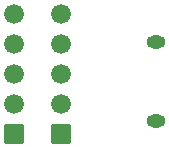
<source format=gbs>
G04 Layer: BottomSolderMaskLayer*
G04 EasyEDA v6.5.20, 2023-08-22 18:50:07*
G04 a67cddfb3fce44daa9051d46cbbcc19f,10*
G04 Gerber Generator version 0.2*
G04 Scale: 100 percent, Rotated: No, Reflected: No *
G04 Dimensions in millimeters *
G04 leading zeros omitted , absolute positions ,4 integer and 5 decimal *
%FSLAX45Y45*%
%MOMM*%

%AMMACRO1*1,1,$1,$2,$3*1,1,$1,$4,$5*1,1,$1,0-$2,0-$3*1,1,$1,0-$4,0-$5*20,1,$1,$2,$3,$4,$5,0*20,1,$1,$4,$5,0-$2,0-$3,0*20,1,$1,0-$2,0-$3,0-$4,0-$5,0*20,1,$1,0-$4,0-$5,$2,$3,0*4,1,4,$2,$3,$4,$5,0-$2,0-$3,0-$4,0-$5,$2,$3,0*%
%ADD10C,1.6764*%
%ADD11MACRO1,0.1016X-0.7874X-0.7874X-0.7874X0.7874*%
%ADD12O,1.6015970000000002X1.1015979999999999*%

%LPD*%
D10*
G01*
X-399999Y575005D03*
G01*
X-399999Y321005D03*
G01*
X-399999Y67005D03*
G01*
X-399999Y-186994D03*
D11*
G01*
X-399999Y-440999D03*
D10*
G01*
X0Y575005D03*
G01*
X0Y321005D03*
G01*
X0Y67005D03*
G01*
X0Y-186994D03*
D11*
G01*
X0Y-440999D03*
D12*
G01*
X803757Y-332511D03*
G01*
X803757Y332486D03*
M02*

</source>
